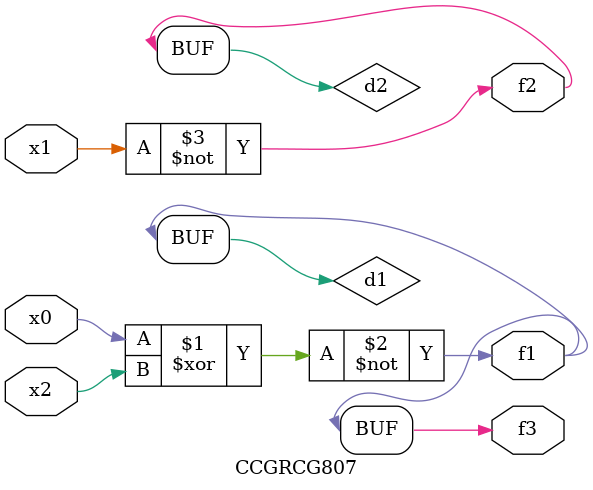
<source format=v>
module CCGRCG807(
	input x0, x1, x2,
	output f1, f2, f3
);

	wire d1, d2, d3;

	xnor (d1, x0, x2);
	nand (d2, x1);
	nor (d3, x1, x2);
	assign f1 = d1;
	assign f2 = d2;
	assign f3 = d1;
endmodule

</source>
